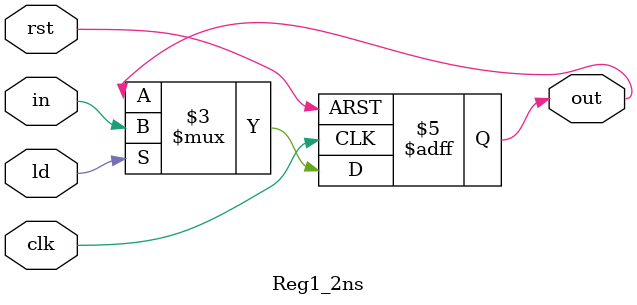
<source format=v>
`timescale 1ns/1ns
module Reg1_2ns(input clk, rst, ld, input  in, output reg out);
    always @(posedge clk, posedge rst) begin
        #2
        if(rst) out = 1'b0;
        else if(ld) out = in;
        else out = out;
    end
endmodule
</source>
